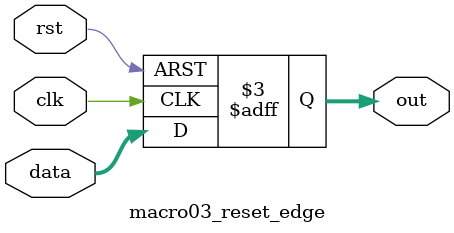
<source format=v>
`define RESET_EDGE posedge
`define RESET_VAL 1

module macro03_reset_edge(data, clk, rst, out);
	parameter WIDTH = 4;

	input [WIDTH-1:0] data;
	input clk, rst;
	output reg [WIDTH-1:0] out;

	always @(posedge clk or `RESET_EDGE rst)
	begin
		if(rst == `RESET_VAL) out <= 0; 
		else out <= data;
	end
endmodule

</source>
